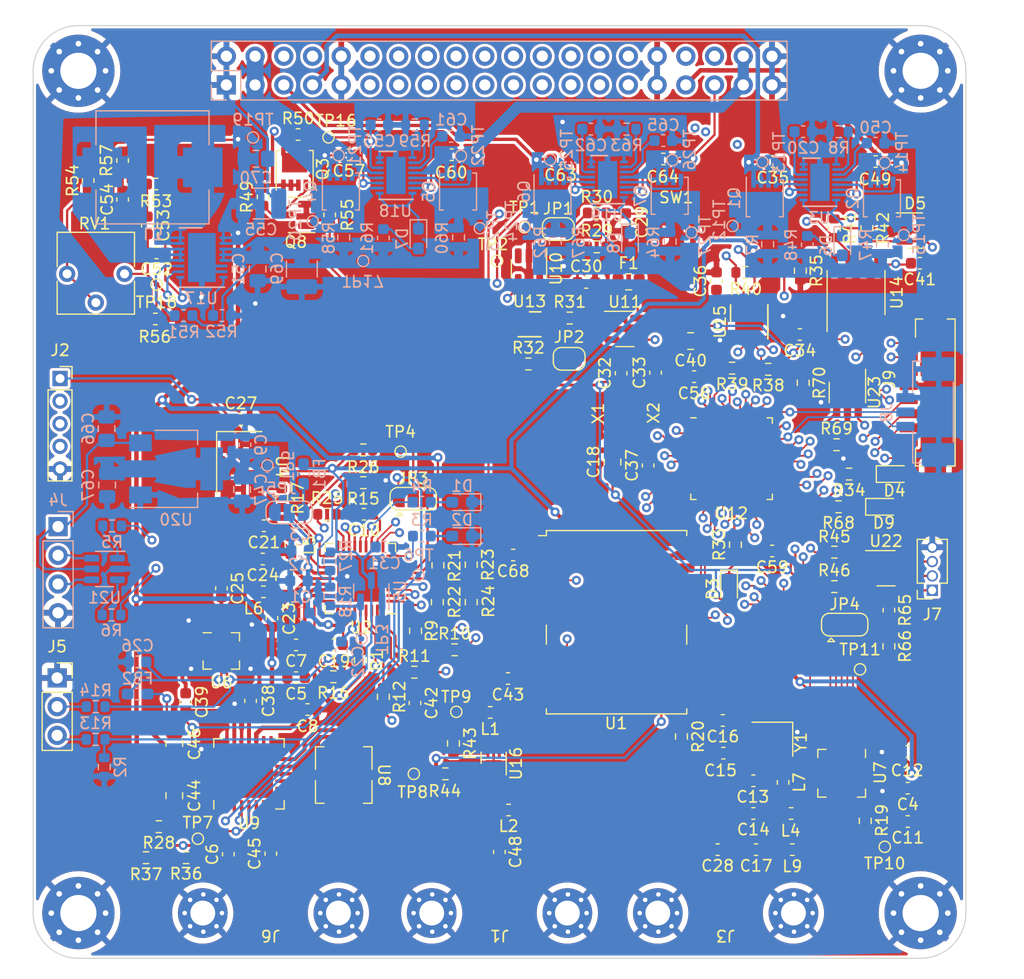
<source format=kicad_pcb>
(kicad_pcb (version 20211014) (generator pcbnew)

  (general
    (thickness 4.69)
  )

  (paper "A4")
  (layers
    (0 "F.Cu" signal)
    (1 "In1.Cu" signal)
    (2 "In2.Cu" signal)
    (31 "B.Cu" signal)
    (32 "B.Adhes" user "B.Adhesive")
    (33 "F.Adhes" user "F.Adhesive")
    (34 "B.Paste" user)
    (35 "F.Paste" user)
    (36 "B.SilkS" user "B.Silkscreen")
    (37 "F.SilkS" user "F.Silkscreen")
    (38 "B.Mask" user)
    (39 "F.Mask" user)
    (40 "Dwgs.User" user "User.Drawings")
    (41 "Cmts.User" user "User.Comments")
    (42 "Eco1.User" user "User.Eco1")
    (43 "Eco2.User" user "User.Eco2")
    (44 "Edge.Cuts" user)
    (45 "Margin" user)
    (46 "B.CrtYd" user "B.Courtyard")
    (47 "F.CrtYd" user "F.Courtyard")
    (48 "B.Fab" user)
    (49 "F.Fab" user)
    (50 "User.1" user)
    (51 "User.2" user)
    (52 "User.3" user)
    (53 "User.4" user)
    (54 "User.5" user)
    (55 "User.6" user)
    (56 "User.7" user)
    (57 "User.8" user)
    (58 "User.9" user)
  )

  (setup
    (stackup
      (layer "F.SilkS" (type "Top Silk Screen"))
      (layer "F.Paste" (type "Top Solder Paste"))
      (layer "F.Mask" (type "Top Solder Mask") (thickness 0.01))
      (layer "F.Cu" (type "copper") (thickness 0.035))
      (layer "dielectric 1" (type "core") (thickness 1.51) (material "FR4") (epsilon_r 4.5) (loss_tangent 0.02))
      (layer "In1.Cu" (type "copper") (thickness 0.035))
      (layer "dielectric 2" (type "prepreg") (thickness 1.51) (material "FR4") (epsilon_r 4.5) (loss_tangent 0.02))
      (layer "In2.Cu" (type "copper") (thickness 0.035))
      (layer "dielectric 3" (type "core") (thickness 1.51) (material "FR4") (epsilon_r 4.5) (loss_tangent 0.02))
      (layer "B.Cu" (type "copper") (thickness 0.035))
      (layer "B.Mask" (type "Bottom Solder Mask") (thickness 0.01))
      (layer "B.Paste" (type "Bottom Solder Paste"))
      (layer "B.SilkS" (type "Bottom Silk Screen"))
      (copper_finish "None")
      (dielectric_constraints no)
    )
    (pad_to_mask_clearance 0)
    (pcbplotparams
      (layerselection 0x00010fc_ffffffff)
      (disableapertmacros false)
      (usegerberextensions false)
      (usegerberattributes true)
      (usegerberadvancedattributes true)
      (creategerberjobfile true)
      (svguseinch false)
      (svgprecision 6)
      (excludeedgelayer true)
      (plotframeref false)
      (viasonmask false)
      (mode 1)
      (useauxorigin false)
      (hpglpennumber 1)
      (hpglpenspeed 20)
      (hpglpendiameter 15.000000)
      (dxfpolygonmode true)
      (dxfimperialunits true)
      (dxfusepcbnewfont true)
      (psnegative false)
      (psa4output false)
      (plotreference true)
      (plotvalue true)
      (plotinvisibletext false)
      (sketchpadsonfab false)
      (subtractmaskfromsilk false)
      (outputformat 1)
      (mirror false)
      (drillshape 1)
      (scaleselection 1)
      (outputdirectory "")
    )
  )

  (net 0 "")
  (net 1 "Net-(C1-Pad1)")
  (net 2 "GND")
  (net 3 "+3V3")
  (net 4 "/OpenLST (Beacon)/PA_VAPC")
  (net 5 "+3V8")
  (net 6 "/OpenLST (Beacon)/VDD_USB_LST")
  (net 7 "Net-(C12-Pad1)")
  (net 8 "Net-(C13-Pad2)")
  (net 9 "Net-(C15-Pad1)")
  (net 10 "Net-(C16-Pad1)")
  (net 11 "Net-(C17-Pad1)")
  (net 12 "Net-(C17-Pad2)")
  (net 13 "/MCU/MCU_POWER")
  (net 14 "Net-(C19-Pad1)")
  (net 15 "/3V3 power share/VCC_EN")
  (net 16 "Net-(C21-Pad2)")
  (net 17 "Net-(C22-Pad1)")
  (net 18 "Net-(C23-Pad2)")
  (net 19 "Net-(C24-Pad1)")
  (net 20 "Net-(C24-Pad2)")
  (net 21 "Net-(C25-Pad2)")
  (net 22 "Net-(C26-Pad1)")
  (net 23 "Net-(C29-Pad1)")
  (net 24 "/3V3 power share/EPS#1")
  (net 25 "Net-(C35-Pad2)")
  (net 26 "Net-(C38-Pad1)")
  (net 27 "Net-(C38-Pad2)")
  (net 28 "Net-(C39-Pad1)")
  (net 29 "Net-(C39-Pad2)")
  (net 30 "/MCU/VREF")
  (net 31 "Net-(C42-Pad1)")
  (net 32 "Net-(C43-Pad1)")
  (net 33 "Net-(C43-Pad2)")
  (net 34 "Net-(C45-Pad1)")
  (net 35 "Net-(C45-Pad2)")
  (net 36 "Net-(C48-Pad1)")
  (net 37 "Net-(C48-Pad2)")
  (net 38 "Net-(C49-Pad1)")
  (net 39 "/3V3 power share/EPS#2")
  (net 40 "Net-(C50-Pad1)")
  (net 41 "VIN")
  (net 42 "Net-(C52-Pad1)")
  (net 43 "Net-(C52-Pad2)")
  (net 44 "Net-(C53-Pad1)")
  (net 45 "Net-(C54-Pad1)")
  (net 46 "/Power Convertor/VBAT1/VCC_EN")
  (net 47 "/Power Convertor/EPS#1_VBAT")
  (net 48 "Net-(C57-Pad2)")
  (net 49 "Net-(C60-Pad1)")
  (net 50 "/Power Convertor/EPS#2_VBAT")
  (net 51 "Net-(C61-Pad1)")
  (net 52 "/5V power share/VCC_EN")
  (net 53 "/5V power share/EPS#1")
  (net 54 "Net-(C63-Pad2)")
  (net 55 "Net-(C64-Pad1)")
  (net 56 "/5V power share/EPS#2")
  (net 57 "Net-(C65-Pad1)")
  (net 58 "/OpenLST (Beacon)/USB_POWER_LST")
  (net 59 "Net-(D1-Pad2)")
  (net 60 "Net-(D2-Pad2)")
  (net 61 "Net-(D3-Pad1)")
  (net 62 "Net-(D4-Pad1)")
  (net 63 "/MCU/CAN_L")
  (net 64 "/MCU/CAN_H")
  (net 65 "Net-(D6-Pad1)")
  (net 66 "Net-(D6-Pad2)")
  (net 67 "Net-(D7-Pad1)")
  (net 68 "Net-(D7-Pad2)")
  (net 69 "Net-(D8-Pad1)")
  (net 70 "Net-(D8-Pad2)")
  (net 71 "Net-(D9-Pad1)")
  (net 72 "Net-(F1-Pad2)")
  (net 73 "Net-(FB1-Pad1)")
  (net 74 "/OpenLST (Beacon)/PROG_DD")
  (net 75 "/OpenLST (Beacon)/PROG_DC")
  (net 76 "/OpenLST (Beacon)/~{LST_RESET}")
  (net 77 "Net-(J4-Pad2)")
  (net 78 "Net-(J4-Pad3)")
  (net 79 "Net-(J5-Pad2)")
  (net 80 "Net-(J5-Pad3)")
  (net 81 "/MCU/USB_POWER")
  (net 82 "Net-(J7-Pad2)")
  (net 83 "Net-(J7-Pad3)")
  (net 84 "/MCU/SWCLK")
  (net 85 "/MCU/SWDIO")
  (net 86 "/MCU/QSPI_D1{slash}CAM_CSN")
  (net 87 "/MCU/QSPI_D2{slash}CAM_MOSI")
  (net 88 "/MCU/QSPI_D3{slash}CAM_MISO")
  (net 89 "/MCU/LED1_QSPI")
  (net 90 "+5V")
  (net 91 "/I2C_SDA")
  (net 92 "/I2C_SCL")
  (net 93 "unconnected-(J12-Pad6)")
  (net 94 "unconnected-(J12-Pad8)")
  (net 95 "unconnected-(J12-Pad11)")
  (net 96 "unconnected-(J12-Pad12)")
  (net 97 "unconnected-(J12-Pad13)")
  (net 98 "unconnected-(J12-Pad14)")
  (net 99 "unconnected-(J12-Pad15)")
  (net 100 "unconnected-(J12-Pad16)")
  (net 101 "unconnected-(J12-Pad17)")
  (net 102 "unconnected-(J12-Pad18)")
  (net 103 "/MCU/RS_485_~{B}")
  (net 104 "/MCU/RS_485_A")
  (net 105 "unconnected-(J12-Pad23)")
  (net 106 "unconnected-(J12-Pad24)")
  (net 107 "/MCU/LED1_CAM")
  (net 108 "/MCU/QSPI_SCK")
  (net 109 "/MCU/QSPI_NCS")
  (net 110 "unconnected-(J12-Pad34)")
  (net 111 "unconnected-(J12-Pad36)")
  (net 112 "Net-(JP1-Pad1)")
  (net 113 "/MCU/NRST")
  (net 114 "Net-(JP2-Pad1)")
  (net 115 "Net-(JP2-Pad2)")
  (net 116 "/OpenLST (Beacon)/RF_EN")
  (net 117 "/OpenLST (Beacon)/RF_EN_MCU")
  (net 118 "/OpenLST (Beacon)/RF_PWR_EN")
  (net 119 "Net-(JP4-Pad3)")
  (net 120 "/MCU/VDD_USB")
  (net 121 "Net-(L3-Pad1)")
  (net 122 "Net-(L3-Pad2)")
  (net 123 "Net-(L4-Pad1)")
  (net 124 "Net-(L4-Pad2)")
  (net 125 "Net-(Q1-Pad5)")
  (net 126 "Net-(Q1-Pad4)")
  (net 127 "Net-(Q2-Pad4)")
  (net 128 "Net-(Q2-Pad5)")
  (net 129 "Net-(Q3-Pad4)")
  (net 130 "Net-(Q3-Pad5)")
  (net 131 "Net-(Q4-Pad5)")
  (net 132 "Net-(Q4-Pad4)")
  (net 133 "Net-(Q5-Pad4)")
  (net 134 "Net-(Q5-Pad5)")
  (net 135 "Net-(Q6-Pad5)")
  (net 136 "Net-(Q6-Pad4)")
  (net 137 "Net-(Q7-Pad4)")
  (net 138 "Net-(Q7-Pad5)")
  (net 139 "/OpenLST (Beacon)/~{LST_RX_MODE}")
  (net 140 "/OpenLST (Beacon)/LST_TX_MODE")
  (net 141 "Net-(R3-Pad2)")
  (net 142 "Net-(R4-Pad2)")
  (net 143 "Net-(R5-Pad1)")
  (net 144 "/OpenLST (Beacon)/USB_N")
  (net 145 "/OpenLST (Beacon)/USB_P")
  (net 146 "Net-(R6-Pad2)")
  (net 147 "Net-(R8-Pad2)")
  (net 148 "Net-(R9-Pad1)")
  (net 149 "/OpenLST (Beacon)/UART0_CTS")
  (net 150 "Net-(R10-Pad1)")
  (net 151 "/OpenLST (Beacon)/UART0_RTS")
  (net 152 "Net-(R11-Pad1)")
  (net 153 "/OpenLST (Beacon)/UART0_RX")
  (net 154 "Net-(R12-Pad1)")
  (net 155 "/OpenLST (Beacon)/UART0_TX")
  (net 156 "Net-(R15-Pad2)")
  (net 157 "Net-(R16-Pad2)")
  (net 158 "Net-(R17-Pad1)")
  (net 159 "Net-(R17-Pad2)")
  (net 160 "Net-(R19-Pad2)")
  (net 161 "/OpenLST (Beacon)/AN0")
  (net 162 "/OpenLST (Beacon)/AN1")
  (net 163 "Net-(R25-Pad2)")
  (net 164 "/OpenLST (Beacon)/RF_BYP")
  (net 165 "Net-(R32-Pad1)")
  (net 166 "/MCU/LED2")
  (net 167 "/MCU/CAN_RS")
  (net 168 "/MCU/RS_485_R_EN")
  (net 169 "/MCU/RS_485_T_EN")
  (net 170 "Net-(R43-Pad2)")
  (net 171 "Net-(R44-Pad1)")
  (net 172 "Net-(R44-Pad2)")
  (net 173 "Net-(R45-Pad1)")
  (net 174 "/MCU/USB_N")
  (net 175 "/MCU/USB_P")
  (net 176 "Net-(R46-Pad2)")
  (net 177 "Net-(R51-Pad2)")
  (net 178 "Net-(R52-Pad1)")
  (net 179 "Net-(R54-Pad2)")
  (net 180 "Net-(R59-Pad2)")
  (net 181 "Net-(R63-Pad2)")
  (net 182 "unconnected-(U1-Pad1)")
  (net 183 "unconnected-(U1-Pad3)")
  (net 184 "/GPS Module/IRQ")
  (net 185 "unconnected-(U1-Pad5)")
  (net 186 "unconnected-(U1-Pad6)")
  (net 187 "/GPS Module/RESET")
  (net 188 "unconnected-(U1-Pad15)")
  (net 189 "unconnected-(U1-Pad16)")
  (net 190 "unconnected-(U1-Pad17)")
  (net 191 "/GPS Module/TXD")
  (net 192 "/GPS Module/RXD")
  (net 193 "unconnected-(U2-Pad8)")
  (net 194 "unconnected-(U2-Pad18)")
  (net 195 "unconnected-(U2-Pad20)")
  (net 196 "/MCU/NRF_CE")
  (net 197 "/MCU/NRF_SPI_CSN")
  (net 198 "/MCU/NRF_SPI_SCK")
  (net 199 "/MCU/NRF_SPI_MOSI")
  (net 200 "/MCU/NRF_SPI_MISO")
  (net 201 "/MCU/NRF_IRQ")
  (net 202 "Net-(U8-Pad2)")
  (net 203 "Net-(U8-Pad6)")
  (net 204 "unconnected-(U9-Pad14)")
  (net 205 "unconnected-(U9-Pad16)")
  (net 206 "unconnected-(U9-Pad25)")
  (net 207 "unconnected-(U10-Pad3)")
  (net 208 "/MCU/WDG_RESET")
  (net 209 "unconnected-(U11-Pad3)")
  (net 210 "unconnected-(U12-Pad1)")
  (net 211 "/MCU/LSE")
  (net 212 "/MCU/HSE")
  (net 213 "/MCU/CAN_RX")
  (net 214 "/MCU/CAN_TX")
  (net 215 "unconnected-(U13-Pad3)")
  (net 216 "/MCU/RS_485_R")
  (net 217 "/MCU/RS_485_T")
  (net 218 "unconnected-(U15-Pad7)")
  (net 219 "unconnected-(X1-Pad1)")
  (net 220 "unconnected-(U6-Pad4)")
  (net 221 "/camera/CAM_VCC")
  (net 222 "Net-(R70-Pad1)")

  (footprint "Capacitor_SMD:C_0805_2012Metric_Pad1.18x1.45mm_HandSolder" (layer "F.Cu") (at 143.1544 71.9044))

  (footprint "TCY_Buttons:KMT031NGJLHS" (layer "F.Cu") (at 141.8844 61.5881))

  (footprint "Resistor_SMD:R_0603_1608Metric" (layer "F.Cu") (at 98.5276 117.602))

  (footprint "Resistor_SMD:R_0603_1608Metric" (layer "F.Cu") (at 158.75 61.9252 -90))

  (footprint "Package_DFN_QFN:QFN-20-1EP_4x4mm_P0.5mm_EP2.5x2.5mm" (layer "F.Cu") (at 156.5148 110.1344 -90))

  (footprint "MountingHole:MountingHole_3.2mm_M3_Pad_Via" (layer "F.Cu") (at 163.5 122.5))

  (footprint "Resistor_SMD:R_0603_1608Metric" (layer "F.Cu") (at 120.8024 91.7448 90))

  (footprint "Capacitor_SMD:C_0603_1608Metric" (layer "F.Cu") (at 98.4905 103.8352 -90))

  (footprint "Resistor_SMD:R_0603_1608Metric" (layer "F.Cu") (at 147.9804 65.8368 180))

  (footprint "Inductor_SMD:L_0603_1608Metric" (layer "F.Cu") (at 107.7976 89.9668 -90))

  (footprint "Resistor_SMD:R_0603_1608Metric" (layer "F.Cu") (at 121.4628 110.1852))

  (footprint "MountingHole:MountingHole_3.2mm_M3_Pad_Via" (layer "F.Cu") (at 89 48))

  (footprint "Package_TO_SOT_SMD:SOT-23-6" (layer "F.Cu") (at 160.4386 91.9988))

  (footprint "Capacitor_SMD:C_0603_1608Metric" (layer "F.Cu") (at 105.41 88.2396))

  (footprint "Capacitor_SMD:C_0603_1608Metric" (layer "F.Cu") (at 127.4572 90.8304 180))

  (footprint "Capacitor_SMD:C_0603_1608Metric" (layer "F.Cu") (at 152.8064 71.3232 180))

  (footprint "Resistor_SMD:R_0603_1608Metric" (layer "F.Cu") (at 153.1112 75.5904 -90))

  (footprint "Capacitor_SMD:C_0603_1608Metric" (layer "F.Cu") (at 114.2492 87.2236 180))

  (footprint "Inductor_SMD:L_0603_1608Metric" (layer "F.Cu") (at 127.0508 113.3856))

  (footprint "RF_GPS:ublox_NEO" (layer "F.Cu") (at 136.6012 96.774))

  (footprint "Package_TO_SOT_SMD:SOT-23-6_Handsoldering" (layer "F.Cu") (at 157.0228 76.454 -90))

  (footprint "Capacitor_SMD:C_0603_1608Metric" (layer "F.Cu") (at 108.2548 98.7792 180))

  (footprint "Inductor_SMD:L_0603_1608Metric" (layer "F.Cu") (at 105.3344 59.1454 90))

  (footprint "Resistor_SMD:R_0603_1608Metric" (layer "F.Cu") (at 158.5976 114.3508 90))

  (footprint "Jumper:SolderJumper-2_P1.3mm_Open_RoundedPad1.0x1.5mm" (layer "F.Cu") (at 132.4108 73.4753 180))

  (footprint "Capacitor_SMD:C_0603_1608Metric" (layer "F.Cu") (at 118.7704 103.9238 90))

  (footprint "Jumper:SolderJumper-2_P1.3mm_Open_RoundedPad1.0x1.5mm" (layer "F.Cu") (at 131.4456 61.9945))

  (footprint "Inductor_SMD:L_0603_1608Metric" (layer "F.Cu") (at 95.8596 58.0136))

  (footprint "Capacitor_SMD:C_0603_1608Metric" (layer "F.Cu") (at 133.9218 66.7189))

  (footprint "Capacitor_SMD:C_0603_1608Metric" (layer "F.Cu") (at 127 101.7524 180))

  (footprint "Jumper:SolderJumper-3_P1.3mm_Open_RoundedPad1.0x1.5mm" (layer "F.Cu") (at 156.781 96.9871))

  (footprint "Capacitor_SMD:C_0603_1608Metric" (layer "F.Cu") (at 148.7046 113.6904))

  (footprint "MountingHole:MountingHole_3.2mm_M3_Pad_Via" (layer "F.Cu") (at 163.5 48))

  (footprint "Resistor_SMD:R_0603_1608Metric" (layer "F.Cu") (at 111.5568 101.6 180))

  (footprint "Resistor_SMD:R_0603_1608Metric" (layer "F.Cu") (at 118.8212 97.536 -90))

  (footprint "Resistor_SMD:R_0603_1608Metric" (layer "F.Cu") (at 134.8492 60.5721))

  (footprint "Resistor_SMD:R_0603_1608Metric" (layer "F.Cu") (at 157.1752 83.6676 180))

  (footprint "Capacitor_SMD:C_0603_1608Metric" (layer "F.Cu") (at 122.0216 55.4228))

  (footprint "TCY_Connector:TestPoint_Pad_D0.5mm" (layer "F.Cu") (at 122.428 104.6988))

  (footprint "Resistor_SMD:R_0603_1608Metric" (layer "F.Cu") (at 123.7488 94.996 90))

  (footprint "Resistor_SMD:R_0603_1608Metric" (layer "F.Cu") (at 115.9764 103.378 -90))

  (footprint "Connector_PinSocket_2.00mm:PinSocket_1x05_P2.00mm_Vertical" (layer "F.Cu") (at 87.376 75.216))

  (footprint "Capacitor_SMD:C_0603_1608Metric" (layer "F.Cu") (at 139.3952 82.9056 90))

  (footprint "Resistor_SMD:R_0603_1608Metric" (layer "F.Cu") (at 155.8666 90.5764 180))

  (footprint "Resistor_SMD:R_0603_1608Metric" (layer "F.Cu") (at 110.998 87.2236))

  (footprint "Resistor_SMD:R_0603_1608Metric" (layer "F.Cu") (at 113.9444 100.1268 90))

  (footprint "footprints:iPEX" (layer "F.Cu") (at 146.25 122.5 180))

  (footprint "Capacitor_SMD:C_0603_1608Metric" (layer "F.Cu") (at 145.542 116.8908 180))

  (footprint "TCY_Connector:TestPoint_Pad_D0.5mm" (layer "F.Cu") (at 158.1404 100.9396))

  (footprint "Capacitor_SMD:C_0603_1608Metric" (layer "F.Cu") (at 162.3568 114.4016 180))

  (footprint "Capacitor_SMD:C_0603_1608Metric" (layer "F.Cu") (at 112.9284 55.4228))

  (footprint "Inductor_SMD:L_0603_1608Metric" (layer "F.Cu") (at 151.3332 110.9472 -90))

  (footprint "Capacitor_SMD:C_0603_1608Metric" (layer "F.Cu") (at 137.414 61.3849 -90))

  (footprint "Capacitor_SMD:C_0603_1608Metric" (layer "F.Cu") (at 159.517223 56.0263))

  (footprint "Resistor_SMD:R_0603_1608Metric" (layer "F.Cu") (at 142.3416 106.8832 90))

  (footprint "Resistor_SMD:R_0603_1608Metric" (layer "F.Cu")
    (tedit 5F68FEEE) (tstamp 5bbc6932-e036-4b4c-8b6a-686539197712)
    (at 120.7516 94.996 90)
    (descr "Resistor SMD 0603 (1608 Metric), square (rectangular) end terminal, IPC_7351 nominal, (Body size source: IPC-SM-782 page 72, https://www.pcb-3d.com/wordpress/wp-content/uploads/ipc-sm-782a_amendment_1_and_2.pdf), generated with kicad-footprint-generator")
    (tags "resistor")
    (property "Manuf" "Yageo")
    (property "ManufPN" "RC0603JR-0710KL")
    (property "Sheetfile" "OpenLST.kicad_sch")
    (property "Sheetname" "OpenLST (Beacon)")
    (property "Supplier" "Digikey")
    (property "SupplierPN" "311-10KGRCT-ND")
    (path "/829b2795-9702-4633-a078-e2998d6d9402/00000000-0000-0000-0000-00005b2c5202")
    (attr smd)
    (fp_text reference "R22" (at 0 1.524 90) (layer "F.SilkS")
      (effects (font (size 1 1) (thickness 0.15)))
      (tstamp d1f66930-de28-435f-92cb-778b95ed7de4)
    )
    (fp_text value "10K" (at 0 1.43 90) (layer "F.Fab")
      (effects (font (size 1 1) (thickness 0.15)))
      (tstamp f899ba07-9201-4eae-a9f8-68d1323601e0)
    )
    (fp_text user "${REFERENCE}" (at 0 0 90) (layer "F.Fab")
      (effects (font (size 0.4 0.4) (thickness 0.06)))
      (tstamp 7318ea41-5f20-45a4-9d16-b40952ba4ef8)
    )
    (fp_line (start -0.237258 0.5225) (end 0.237258 0.5225) (layer "F.SilkS") (width 0.12) (tstamp 5c22ec33-3735-42eb-8050-ff56e7138556))
    (fp_line (start -0.237258 -0.5225) (end 0.237258 -0.5225) (layer "F.SilkS") (width 0.12) (tstamp ba30f4d8-52a8-4e4b-a527-ea4e1ca01d96))
    (fp_line (start 1.48 0.73) (end -1.48 0.73) (layer "F.CrtYd") (width 0.05) (tstamp af5360d6-8780-48b2-b308-763197580c02))
    (fp_line (start -1.48 0.73) (end -1.48 -0.73) (layer "F.CrtYd") (width 0.05) (tstamp cf401aa7-c067-468e-aa1d-6a943808a12a))
    (fp_line (start 1.48 -0.73) (end 1.48 0.73) (layer "F.CrtYd") (width 0.05) (tstamp ddb2abe3-cf38-486e-b7d8-33b4ea486987))
    (fp_line (start -1.48 -0.73) (end 1.48 -0.73) (layer "F.CrtYd") (width 0.05) (tstamp f6f347b7-d64d-4bad-b0d1-d31c54efcf57))
    (fp_line (start -0.8 -0.4125) (end 0.8 -0.4125) (layer "F.Fab") (width 0.1) (tstamp 203ed3d1-5fa5-45d8-a990-ebb6ffca60e2))
    (fp_line (start -0.8 0.4125) (end -0.8 -0.4125) (layer "F.Fab") (width 0.1) (tstamp 2de86dde-1ba6-4500-9110-c783e2d70d44))
    (fp_line (start 0.8 -0.4125) (end 0.8 0.4125) (layer "F.Fab") (width 0.1) (tstamp 7908357b-5a10-4ac1-9e82-3ac0fb2fabc7))
    (fp_line (start 0.8 0.4125) (end -0.8 0.4125) (layer "F.Fab") (width 0.1) (tstamp b932399c-1e18-4768-a243-a3f6b8d2eaa5))
    (pad "1" smd roundrect locked (at -0.825 0 90) (size 0.8 0.95) (layers "F.Cu" "F.Paste" "F.Mask") (ro
... [2807519 chars truncated]
</source>
